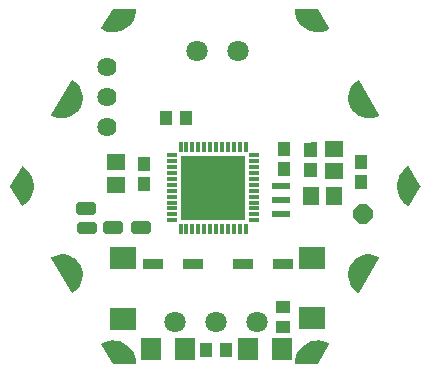
<source format=gbr>
G04 EAGLE Gerber RS-274X export*
G75*
%MOMM*%
%FSLAX34Y34*%
%LPD*%
%INSoldermask Bottom*%
%IPPOS*%
%AMOC8*
5,1,8,0,0,1.08239X$1,22.5*%
G01*
%ADD10R,1.101600X1.201600*%
%ADD11R,1.601600X1.401600*%
%ADD12R,1.401600X1.601600*%
%ADD13R,1.201600X1.101600*%
%ADD14C,1.101600*%
%ADD15C,1.801600*%
%ADD16R,1.501597X0.501600*%
%ADD17R,0.914400X0.355600*%
%ADD18R,0.355600X0.914400*%
%ADD19R,5.486400X5.486400*%
%ADD20P,1.759533X8X22.500000*%
%ADD21C,1.625600*%
%ADD22R,2.301600X1.901600*%
%ADD23R,1.701600X1.904600*%
%ADD24C,0.605878*%
%ADD25R,1.701600X0.901600*%

G36*
X224809Y256012D02*
X224809Y256012D01*
X224880Y256009D01*
X224907Y256019D01*
X224936Y256021D01*
X225026Y256063D01*
X225066Y256078D01*
X225074Y256086D01*
X225087Y256092D01*
X227390Y257691D01*
X227414Y257717D01*
X227454Y257744D01*
X229463Y259701D01*
X229482Y259730D01*
X229517Y259763D01*
X231176Y262024D01*
X231191Y262055D01*
X231220Y262094D01*
X232484Y264597D01*
X232493Y264631D01*
X232515Y264674D01*
X233351Y267351D01*
X233354Y267385D01*
X233369Y267431D01*
X233752Y270210D01*
X233750Y270244D01*
X233756Y270292D01*
X233677Y273095D01*
X233669Y273129D01*
X233668Y273177D01*
X233129Y275929D01*
X233115Y275961D01*
X233106Y276009D01*
X232121Y278634D01*
X232106Y278659D01*
X232101Y278679D01*
X232093Y278690D01*
X232086Y278709D01*
X230682Y281137D01*
X230659Y281163D01*
X230635Y281205D01*
X228851Y283368D01*
X228824Y283390D01*
X228793Y283427D01*
X226677Y285268D01*
X226647Y285285D01*
X226611Y285317D01*
X224220Y286784D01*
X224188Y286795D01*
X224147Y286821D01*
X221548Y287874D01*
X221514Y287881D01*
X221469Y287899D01*
X218732Y288510D01*
X218697Y288511D01*
X218650Y288522D01*
X215850Y288674D01*
X215816Y288669D01*
X215768Y288672D01*
X212980Y288362D01*
X212947Y288351D01*
X212899Y288346D01*
X210201Y287581D01*
X210171Y287565D01*
X210124Y287552D01*
X207589Y286353D01*
X207565Y286336D01*
X207538Y286326D01*
X207486Y286277D01*
X207429Y286234D01*
X207415Y286209D01*
X207394Y286189D01*
X207365Y286124D01*
X207329Y286063D01*
X207326Y286034D01*
X207314Y286007D01*
X207313Y285936D01*
X207304Y285865D01*
X207312Y285837D01*
X207312Y285808D01*
X207346Y285715D01*
X207358Y285674D01*
X207365Y285665D01*
X207370Y285652D01*
X224370Y256252D01*
X224389Y256230D01*
X224402Y256204D01*
X224455Y256156D01*
X224502Y256103D01*
X224528Y256091D01*
X224550Y256071D01*
X224617Y256048D01*
X224681Y256018D01*
X224710Y256016D01*
X224738Y256007D01*
X224809Y256012D01*
G37*
G36*
X476588Y403735D02*
X476588Y403735D01*
X476636Y403732D01*
X479424Y404042D01*
X479457Y404053D01*
X479505Y404058D01*
X482203Y404823D01*
X482233Y404839D01*
X482280Y404852D01*
X484815Y406051D01*
X484839Y406068D01*
X484866Y406078D01*
X484918Y406127D01*
X484975Y406170D01*
X484989Y406195D01*
X485011Y406215D01*
X485039Y406280D01*
X485075Y406342D01*
X485078Y406370D01*
X485090Y406397D01*
X485091Y406468D01*
X485100Y406539D01*
X485092Y406567D01*
X485092Y406596D01*
X485058Y406689D01*
X485046Y406730D01*
X485039Y406739D01*
X485034Y406752D01*
X468034Y436152D01*
X468015Y436174D01*
X468002Y436200D01*
X467949Y436248D01*
X467902Y436301D01*
X467876Y436313D01*
X467854Y436333D01*
X467787Y436356D01*
X467723Y436386D01*
X467694Y436388D01*
X467666Y436397D01*
X467595Y436392D01*
X467524Y436395D01*
X467497Y436385D01*
X467468Y436383D01*
X467378Y436341D01*
X467338Y436326D01*
X467330Y436318D01*
X467317Y436312D01*
X465014Y434713D01*
X464990Y434688D01*
X464950Y434660D01*
X462941Y432703D01*
X462922Y432674D01*
X462887Y432641D01*
X461228Y430380D01*
X461213Y430349D01*
X461184Y430310D01*
X459920Y427807D01*
X459911Y427773D01*
X459889Y427730D01*
X459053Y425053D01*
X459050Y425019D01*
X459035Y424973D01*
X458652Y422194D01*
X458654Y422160D01*
X458648Y422112D01*
X458727Y419309D01*
X458735Y419275D01*
X458736Y419227D01*
X459275Y416475D01*
X459289Y416443D01*
X459298Y416395D01*
X460283Y413770D01*
X460301Y413740D01*
X460318Y413695D01*
X461722Y411267D01*
X461745Y411241D01*
X461769Y411200D01*
X463553Y409036D01*
X463580Y409014D01*
X463611Y408977D01*
X465727Y407136D01*
X465757Y407119D01*
X465793Y407088D01*
X468184Y405620D01*
X468216Y405609D01*
X468257Y405583D01*
X470856Y404530D01*
X470890Y404523D01*
X470935Y404505D01*
X473672Y403894D01*
X473707Y403893D01*
X473754Y403882D01*
X476554Y403730D01*
X476588Y403735D01*
G37*
G36*
X467628Y256013D02*
X467628Y256013D01*
X467699Y256012D01*
X467726Y256023D01*
X467755Y256027D01*
X467817Y256061D01*
X467882Y256089D01*
X467903Y256110D01*
X467928Y256124D01*
X467991Y256200D01*
X468021Y256231D01*
X468025Y256241D01*
X468034Y256252D01*
X485034Y285652D01*
X485043Y285680D01*
X485060Y285704D01*
X485075Y285773D01*
X485097Y285841D01*
X485095Y285870D01*
X485101Y285898D01*
X485088Y285968D01*
X485082Y286039D01*
X485069Y286065D01*
X485063Y286093D01*
X485023Y286152D01*
X484991Y286215D01*
X484968Y286234D01*
X484952Y286258D01*
X484870Y286315D01*
X484837Y286342D01*
X484827Y286345D01*
X484815Y286353D01*
X482280Y287552D01*
X482246Y287560D01*
X482203Y287581D01*
X479505Y288346D01*
X479470Y288348D01*
X479424Y288362D01*
X476636Y288672D01*
X476602Y288669D01*
X476554Y288674D01*
X473754Y288522D01*
X473720Y288513D01*
X473672Y288510D01*
X470935Y287899D01*
X470903Y287885D01*
X470856Y287874D01*
X468257Y286821D01*
X468228Y286802D01*
X468184Y286784D01*
X465793Y285317D01*
X465768Y285293D01*
X465727Y285268D01*
X463611Y283427D01*
X463590Y283400D01*
X463553Y283368D01*
X461769Y281205D01*
X461753Y281174D01*
X461722Y281137D01*
X460318Y278709D01*
X460307Y278676D01*
X460300Y278663D01*
X460290Y278649D01*
X460290Y278646D01*
X460283Y278634D01*
X459298Y276009D01*
X459292Y275974D01*
X459275Y275929D01*
X458736Y273177D01*
X458736Y273143D01*
X458727Y273095D01*
X458648Y270292D01*
X458654Y270258D01*
X458652Y270210D01*
X459035Y267431D01*
X459047Y267399D01*
X459053Y267351D01*
X459889Y264674D01*
X459906Y264643D01*
X459920Y264597D01*
X461184Y262094D01*
X461206Y262067D01*
X461228Y262024D01*
X462887Y259763D01*
X462913Y259740D01*
X462941Y259701D01*
X464950Y257744D01*
X464979Y257725D01*
X465014Y257691D01*
X467317Y256092D01*
X467344Y256080D01*
X467367Y256062D01*
X467435Y256041D01*
X467500Y256013D01*
X467529Y256013D01*
X467557Y256005D01*
X467628Y256013D01*
G37*
G36*
X218650Y403882D02*
X218650Y403882D01*
X218684Y403891D01*
X218732Y403894D01*
X221469Y404505D01*
X221501Y404519D01*
X221548Y404530D01*
X224147Y405583D01*
X224176Y405602D01*
X224220Y405620D01*
X226611Y407088D01*
X226636Y407111D01*
X226677Y407136D01*
X228793Y408977D01*
X228814Y409004D01*
X228851Y409036D01*
X230635Y411200D01*
X230651Y411230D01*
X230682Y411267D01*
X232086Y413695D01*
X232097Y413728D01*
X232121Y413770D01*
X233106Y416395D01*
X233112Y416430D01*
X233129Y416475D01*
X233668Y419227D01*
X233668Y419262D01*
X233677Y419309D01*
X233756Y422112D01*
X233751Y422146D01*
X233752Y422194D01*
X233369Y424973D01*
X233357Y425005D01*
X233351Y425053D01*
X232515Y427730D01*
X232498Y427761D01*
X232484Y427807D01*
X231220Y430310D01*
X231198Y430337D01*
X231176Y430380D01*
X229517Y432641D01*
X229491Y432664D01*
X229463Y432703D01*
X227454Y434660D01*
X227425Y434679D01*
X227390Y434713D01*
X225087Y436312D01*
X225060Y436324D01*
X225037Y436342D01*
X224969Y436363D01*
X224904Y436391D01*
X224875Y436391D01*
X224847Y436399D01*
X224776Y436391D01*
X224705Y436392D01*
X224678Y436381D01*
X224649Y436377D01*
X224587Y436343D01*
X224522Y436315D01*
X224501Y436294D01*
X224476Y436280D01*
X224413Y436204D01*
X224383Y436173D01*
X224379Y436163D01*
X224370Y436152D01*
X207370Y406752D01*
X207361Y406724D01*
X207344Y406700D01*
X207329Y406631D01*
X207307Y406563D01*
X207309Y406534D01*
X207303Y406506D01*
X207316Y406436D01*
X207322Y406365D01*
X207335Y406339D01*
X207341Y406311D01*
X207381Y406252D01*
X207413Y406189D01*
X207436Y406170D01*
X207452Y406146D01*
X207534Y406089D01*
X207567Y406062D01*
X207577Y406059D01*
X207589Y406051D01*
X210124Y404852D01*
X210158Y404844D01*
X210201Y404823D01*
X212899Y404058D01*
X212934Y404056D01*
X212980Y404042D01*
X215768Y403732D01*
X215802Y403735D01*
X215850Y403730D01*
X218650Y403882D01*
G37*
G36*
X509929Y329213D02*
X509929Y329213D01*
X510000Y329213D01*
X510027Y329224D01*
X510056Y329227D01*
X510118Y329262D01*
X510183Y329290D01*
X510204Y329310D01*
X510229Y329325D01*
X510292Y329402D01*
X510322Y329432D01*
X510326Y329442D01*
X510335Y329453D01*
X519835Y345953D01*
X519845Y345985D01*
X519854Y345998D01*
X519858Y346022D01*
X519859Y346026D01*
X519890Y346096D01*
X519890Y346120D01*
X519898Y346142D01*
X519892Y346218D01*
X519893Y346295D01*
X519883Y346319D01*
X519882Y346340D01*
X519861Y346379D01*
X519835Y346451D01*
X510335Y362951D01*
X510316Y362973D01*
X510303Y362999D01*
X510250Y363047D01*
X510203Y363100D01*
X510177Y363113D01*
X510156Y363132D01*
X510088Y363155D01*
X510024Y363186D01*
X509995Y363188D01*
X509968Y363197D01*
X509896Y363192D01*
X509825Y363195D01*
X509798Y363185D01*
X509769Y363183D01*
X509679Y363141D01*
X509639Y363126D01*
X509631Y363119D01*
X509618Y363113D01*
X507095Y361371D01*
X507071Y361347D01*
X507033Y361320D01*
X504821Y359196D01*
X504802Y359168D01*
X504768Y359136D01*
X502926Y356685D01*
X502912Y356654D01*
X502883Y356617D01*
X501458Y353902D01*
X501449Y353871D01*
X501433Y353846D01*
X501432Y353838D01*
X501427Y353828D01*
X500456Y350920D01*
X500452Y350886D01*
X500437Y350842D01*
X499945Y347815D01*
X499946Y347781D01*
X499938Y347735D01*
X499938Y344669D01*
X499939Y344665D01*
X499939Y344663D01*
X499945Y344636D01*
X499945Y344589D01*
X500437Y341562D01*
X500449Y341531D01*
X500456Y341484D01*
X501427Y338576D01*
X501444Y338547D01*
X501458Y338502D01*
X502883Y335787D01*
X502905Y335761D01*
X502926Y335719D01*
X504768Y333268D01*
X504793Y333245D01*
X504821Y333208D01*
X507033Y331084D01*
X507061Y331066D01*
X507095Y331033D01*
X509618Y329291D01*
X509645Y329280D01*
X509667Y329261D01*
X509736Y329241D01*
X509801Y329213D01*
X509830Y329213D01*
X509858Y329205D01*
X509929Y329213D01*
G37*
G36*
X182508Y329212D02*
X182508Y329212D01*
X182579Y329209D01*
X182606Y329219D01*
X182635Y329221D01*
X182725Y329263D01*
X182765Y329278D01*
X182773Y329285D01*
X182786Y329291D01*
X185309Y331033D01*
X185333Y331057D01*
X185371Y331084D01*
X187583Y333208D01*
X187602Y333236D01*
X187636Y333268D01*
X189478Y335719D01*
X189492Y335750D01*
X189521Y335787D01*
X190946Y338502D01*
X190955Y338535D01*
X190977Y338576D01*
X191948Y341484D01*
X191952Y341518D01*
X191967Y341562D01*
X192459Y344589D01*
X192458Y344623D01*
X192466Y344669D01*
X192466Y347735D01*
X192459Y347768D01*
X192459Y347815D01*
X191967Y350842D01*
X191955Y350873D01*
X191948Y350920D01*
X190977Y353828D01*
X190964Y353851D01*
X190958Y353876D01*
X190951Y353885D01*
X190946Y353902D01*
X189521Y356617D01*
X189499Y356643D01*
X189478Y356685D01*
X187636Y359136D01*
X187611Y359159D01*
X187583Y359196D01*
X185371Y361320D01*
X185343Y361338D01*
X185309Y361371D01*
X182786Y363113D01*
X182759Y363124D01*
X182737Y363143D01*
X182668Y363163D01*
X182603Y363191D01*
X182574Y363191D01*
X182546Y363199D01*
X182475Y363191D01*
X182404Y363192D01*
X182377Y363180D01*
X182348Y363177D01*
X182286Y363142D01*
X182221Y363114D01*
X182200Y363094D01*
X182175Y363079D01*
X182112Y363002D01*
X182082Y362972D01*
X182078Y362962D01*
X182069Y362951D01*
X172569Y346451D01*
X172545Y346378D01*
X172514Y346308D01*
X172514Y346284D01*
X172506Y346262D01*
X172513Y346186D01*
X172512Y346109D01*
X172521Y346085D01*
X172522Y346064D01*
X172543Y346025D01*
X172562Y345973D01*
X172563Y345967D01*
X172565Y345965D01*
X172569Y345953D01*
X182069Y329453D01*
X182088Y329431D01*
X182101Y329405D01*
X182154Y329357D01*
X182201Y329304D01*
X182227Y329291D01*
X182249Y329272D01*
X182316Y329249D01*
X182380Y329218D01*
X182409Y329217D01*
X182436Y329207D01*
X182508Y329212D01*
G37*
G36*
X432878Y195718D02*
X432878Y195718D01*
X432956Y195727D01*
X432975Y195738D01*
X432997Y195742D01*
X433061Y195786D01*
X433129Y195825D01*
X433145Y195844D01*
X433161Y195855D01*
X433185Y195893D01*
X433235Y195953D01*
X442735Y212453D01*
X442744Y212480D01*
X442760Y212504D01*
X442775Y212574D01*
X442798Y212642D01*
X442795Y212670D01*
X442801Y212698D01*
X442788Y212769D01*
X442782Y212840D01*
X442769Y212865D01*
X442763Y212893D01*
X442723Y212953D01*
X442690Y213016D01*
X442668Y213034D01*
X442652Y213058D01*
X442569Y213116D01*
X442537Y213143D01*
X442526Y213146D01*
X442516Y213153D01*
X439750Y214462D01*
X439717Y214470D01*
X439674Y214490D01*
X436734Y215338D01*
X436700Y215341D01*
X436656Y215354D01*
X433618Y215719D01*
X433584Y215716D01*
X433537Y215722D01*
X430480Y215595D01*
X430447Y215587D01*
X430400Y215586D01*
X427403Y214970D01*
X427372Y214957D01*
X427326Y214948D01*
X424466Y213859D01*
X424438Y213841D01*
X424394Y213825D01*
X421746Y212291D01*
X421720Y212269D01*
X421680Y212246D01*
X419312Y210308D01*
X419290Y210281D01*
X419254Y210252D01*
X417227Y207959D01*
X417211Y207930D01*
X417179Y207895D01*
X415547Y205307D01*
X415535Y205275D01*
X415510Y205236D01*
X414314Y202419D01*
X414307Y202386D01*
X414304Y202379D01*
X414300Y202373D01*
X414299Y202367D01*
X414288Y202343D01*
X413560Y199371D01*
X413558Y199337D01*
X413547Y199292D01*
X413304Y196242D01*
X413308Y196213D01*
X413303Y196185D01*
X413320Y196116D01*
X413328Y196044D01*
X413343Y196020D01*
X413349Y195992D01*
X413392Y195934D01*
X413428Y195872D01*
X413450Y195855D01*
X413467Y195832D01*
X413529Y195795D01*
X413586Y195752D01*
X413614Y195745D01*
X413638Y195730D01*
X413738Y195714D01*
X413779Y195703D01*
X413789Y195705D01*
X413802Y195703D01*
X432802Y195703D01*
X432878Y195718D01*
G37*
G36*
X433571Y476687D02*
X433571Y476687D01*
X433618Y476685D01*
X436656Y477050D01*
X436688Y477061D01*
X436734Y477066D01*
X439674Y477914D01*
X439704Y477930D01*
X439750Y477942D01*
X442516Y479251D01*
X442538Y479268D01*
X442565Y479278D01*
X442617Y479327D01*
X442675Y479370D01*
X442689Y479395D01*
X442710Y479414D01*
X442739Y479480D01*
X442775Y479542D01*
X442778Y479570D01*
X442790Y479596D01*
X442791Y479668D01*
X442800Y479739D01*
X442792Y479766D01*
X442793Y479795D01*
X442757Y479890D01*
X442746Y479930D01*
X442739Y479939D01*
X442735Y479951D01*
X433235Y496451D01*
X433183Y496510D01*
X433137Y496572D01*
X433118Y496583D01*
X433103Y496600D01*
X433033Y496634D01*
X432966Y496674D01*
X432942Y496678D01*
X432924Y496686D01*
X432879Y496688D01*
X432802Y496701D01*
X413802Y496701D01*
X413774Y496696D01*
X413746Y496698D01*
X413678Y496676D01*
X413607Y496662D01*
X413584Y496646D01*
X413557Y496637D01*
X413502Y496590D01*
X413443Y496549D01*
X413428Y496525D01*
X413407Y496507D01*
X413375Y496442D01*
X413336Y496382D01*
X413331Y496354D01*
X413319Y496328D01*
X413310Y496227D01*
X413303Y496185D01*
X413305Y496175D01*
X413304Y496162D01*
X413547Y493112D01*
X413556Y493080D01*
X413560Y493033D01*
X414288Y490061D01*
X414303Y490030D01*
X414314Y489985D01*
X415510Y487168D01*
X415529Y487140D01*
X415547Y487097D01*
X417179Y484509D01*
X417203Y484485D01*
X417227Y484445D01*
X419254Y482152D01*
X419281Y482132D01*
X419312Y482096D01*
X421680Y480158D01*
X421710Y480142D01*
X421746Y480113D01*
X424394Y478580D01*
X424426Y478569D01*
X424466Y478545D01*
X427326Y477457D01*
X427359Y477451D01*
X427403Y477434D01*
X430400Y476818D01*
X430434Y476818D01*
X430480Y476809D01*
X433537Y476682D01*
X433571Y476687D01*
G37*
G36*
X278630Y195708D02*
X278630Y195708D01*
X278658Y195706D01*
X278726Y195728D01*
X278797Y195742D01*
X278820Y195758D01*
X278847Y195767D01*
X278902Y195814D01*
X278961Y195855D01*
X278976Y195879D01*
X278998Y195897D01*
X279029Y195962D01*
X279068Y196022D01*
X279073Y196050D01*
X279085Y196076D01*
X279094Y196177D01*
X279101Y196219D01*
X279099Y196229D01*
X279100Y196242D01*
X278857Y199292D01*
X278848Y199324D01*
X278844Y199371D01*
X278116Y202343D01*
X278101Y202374D01*
X278090Y202419D01*
X276894Y205236D01*
X276875Y205264D01*
X276857Y205307D01*
X275225Y207895D01*
X275201Y207919D01*
X275177Y207959D01*
X273150Y210252D01*
X273123Y210272D01*
X273092Y210308D01*
X270725Y212246D01*
X270694Y212262D01*
X270658Y212291D01*
X268010Y213825D01*
X267978Y213835D01*
X267938Y213859D01*
X265078Y214948D01*
X265045Y214953D01*
X265001Y214970D01*
X262004Y215586D01*
X261970Y215586D01*
X261924Y215595D01*
X258867Y215722D01*
X258833Y215717D01*
X258786Y215719D01*
X255748Y215354D01*
X255716Y215343D01*
X255670Y215338D01*
X252730Y214490D01*
X252700Y214474D01*
X252655Y214462D01*
X249889Y213153D01*
X249866Y213136D01*
X249839Y213126D01*
X249787Y213077D01*
X249729Y213034D01*
X249715Y213009D01*
X249694Y212990D01*
X249665Y212924D01*
X249629Y212862D01*
X249626Y212834D01*
X249614Y212808D01*
X249613Y212736D01*
X249604Y212665D01*
X249612Y212638D01*
X249612Y212609D01*
X249647Y212514D01*
X249658Y212474D01*
X249665Y212465D01*
X249669Y212453D01*
X259169Y195953D01*
X259221Y195895D01*
X259267Y195832D01*
X259286Y195821D01*
X259301Y195804D01*
X259371Y195770D01*
X259438Y195730D01*
X259463Y195726D01*
X259480Y195718D01*
X259525Y195716D01*
X259602Y195703D01*
X278602Y195703D01*
X278630Y195708D01*
G37*
G36*
X261924Y476809D02*
X261924Y476809D01*
X261957Y476817D01*
X262004Y476818D01*
X265001Y477434D01*
X265032Y477447D01*
X265078Y477457D01*
X267938Y478545D01*
X267967Y478563D01*
X268010Y478580D01*
X270658Y480113D01*
X270684Y480135D01*
X270725Y480158D01*
X273092Y482096D01*
X273114Y482123D01*
X273150Y482152D01*
X275177Y484445D01*
X275194Y484474D01*
X275225Y484509D01*
X276857Y487097D01*
X276869Y487129D01*
X276894Y487168D01*
X278090Y489985D01*
X278097Y490018D01*
X278116Y490061D01*
X278844Y493033D01*
X278846Y493067D01*
X278857Y493112D01*
X279100Y496162D01*
X279096Y496191D01*
X279101Y496219D01*
X279084Y496288D01*
X279076Y496360D01*
X279062Y496384D01*
X279055Y496412D01*
X279012Y496470D01*
X278977Y496532D01*
X278954Y496549D01*
X278937Y496572D01*
X278875Y496609D01*
X278818Y496652D01*
X278790Y496659D01*
X278766Y496674D01*
X278666Y496690D01*
X278625Y496701D01*
X278615Y496699D01*
X278602Y496701D01*
X259602Y496701D01*
X259526Y496686D01*
X259448Y496677D01*
X259429Y496666D01*
X259407Y496662D01*
X259343Y496618D01*
X259275Y496579D01*
X259259Y496560D01*
X259243Y496549D01*
X259219Y496511D01*
X259169Y496451D01*
X249669Y479951D01*
X249660Y479924D01*
X249644Y479900D01*
X249629Y479830D01*
X249606Y479762D01*
X249609Y479734D01*
X249603Y479706D01*
X249617Y479636D01*
X249622Y479564D01*
X249635Y479539D01*
X249641Y479511D01*
X249681Y479451D01*
X249714Y479388D01*
X249736Y479370D01*
X249752Y479346D01*
X249835Y479288D01*
X249867Y479261D01*
X249878Y479258D01*
X249889Y479251D01*
X252655Y477942D01*
X252688Y477934D01*
X252730Y477914D01*
X255670Y477066D01*
X255704Y477063D01*
X255748Y477050D01*
X258786Y476685D01*
X258820Y476688D01*
X258867Y476682D01*
X261924Y476809D01*
G37*
D10*
X469396Y349677D03*
X469396Y366677D03*
D11*
X446523Y378155D03*
X446523Y359155D03*
D10*
X321484Y403868D03*
X304484Y403868D03*
D12*
X446402Y338325D03*
X427402Y338325D03*
D11*
X262443Y347455D03*
X262443Y366455D03*
D10*
X404264Y377488D03*
X404264Y360488D03*
D13*
G36*
X420956Y371257D02*
X420872Y383272D01*
X431886Y383349D01*
X431970Y371334D01*
X420956Y371257D01*
G37*
G36*
X421074Y354257D02*
X420990Y366272D01*
X432004Y366349D01*
X432088Y354334D01*
X421074Y354257D01*
G37*
D10*
X285633Y348064D03*
X285633Y365064D03*
X355423Y207858D03*
X338423Y207858D03*
D14*
X428802Y489302D03*
X511402Y346202D03*
X428802Y203102D03*
X263602Y203102D03*
X181002Y346202D03*
X263602Y489302D03*
X470102Y417702D03*
X470102Y274702D03*
X222302Y274702D03*
X222302Y417702D03*
D15*
X365480Y460740D03*
X330480Y460740D03*
X311710Y231410D03*
X346710Y231410D03*
X381710Y231410D03*
D16*
X401796Y322486D03*
X401796Y334486D03*
X401796Y346486D03*
D17*
X378714Y372471D03*
X378714Y367470D03*
X378714Y362468D03*
X378714Y357467D03*
X378714Y352466D03*
X378714Y347465D03*
X378714Y342463D03*
X378714Y337462D03*
X378714Y332461D03*
X378714Y327460D03*
X378714Y322458D03*
X378714Y317457D03*
D18*
X371677Y310420D03*
X366676Y310420D03*
X361674Y310420D03*
X356673Y310420D03*
X351672Y310420D03*
X346671Y310420D03*
X341669Y310420D03*
X336668Y310420D03*
X331667Y310420D03*
X326666Y310420D03*
X321664Y310420D03*
X316663Y310420D03*
D17*
X309626Y317457D03*
X309626Y322458D03*
X309626Y327460D03*
X309626Y332461D03*
X309626Y337462D03*
X309626Y342463D03*
X309626Y347465D03*
X309626Y352466D03*
X309626Y357467D03*
X309626Y362468D03*
X309626Y367470D03*
X309626Y372471D03*
D18*
X316663Y379508D03*
X321664Y379508D03*
X326666Y379508D03*
X331667Y379508D03*
X336668Y379508D03*
X341669Y379508D03*
X346671Y379508D03*
X351672Y379508D03*
X356673Y379508D03*
X361674Y379508D03*
X366676Y379508D03*
X371677Y379508D03*
D19*
X344170Y344964D03*
D20*
X471532Y322783D03*
D21*
X254591Y447497D03*
X254635Y422097D03*
X254679Y396697D03*
D22*
X427704Y234469D03*
X427704Y285469D03*
D23*
X402173Y208502D03*
X373733Y208502D03*
X291621Y208280D03*
X320061Y208280D03*
D13*
X403530Y226882D03*
X403530Y243882D03*
D22*
X267640Y285278D03*
X267640Y234278D03*
D24*
X241877Y330114D02*
X230919Y330114D01*
X241877Y330114D02*
X241877Y325156D01*
X230919Y325156D01*
X230919Y330114D01*
X276944Y314493D02*
X287902Y314493D01*
X287902Y309535D01*
X276944Y309535D01*
X276944Y314493D01*
X242156Y308874D02*
X231198Y308874D01*
X231198Y313832D01*
X242156Y313832D01*
X242156Y308874D01*
X253245Y314493D02*
X264203Y314493D01*
X264203Y309535D01*
X253245Y309535D01*
X253245Y314493D01*
D25*
X403480Y280308D03*
X369480Y280308D03*
X327344Y280257D03*
X293344Y280257D03*
M02*

</source>
